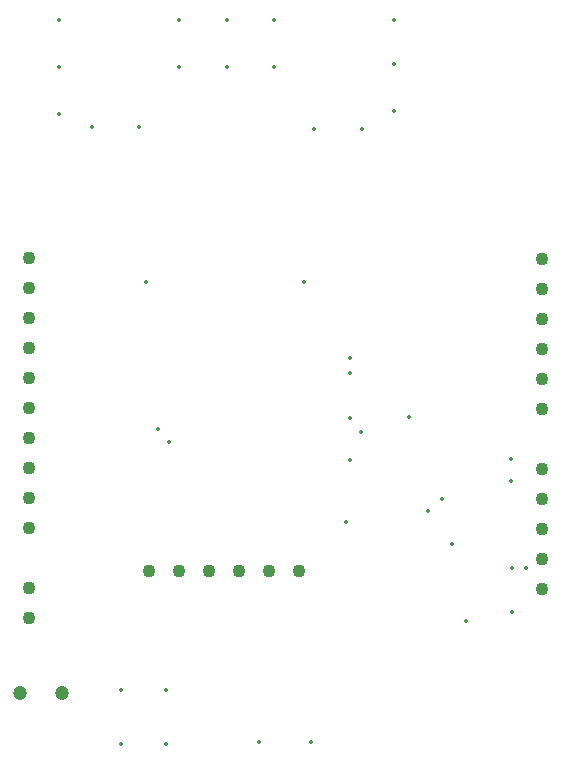
<source format=gbr>
%TF.GenerationSoftware,Altium Limited,Altium NEXUS,2.1.6 (59)*%
G04 Layer_Color=0*
%FSLAX45Y45*%
%MOMM*%
%TF.FileFunction,Plated,1,2,PTH,Drill*%
%TF.Part,Single*%
G01*
G75*
%TA.AperFunction,OtherDrill,Pad Free-18 (69.85mm,44.704mm)*%
%ADD68C,0.35000*%
%TA.AperFunction,OtherDrill,Pad Free-14 (39.37mm,80.01mm)*%
%ADD69C,0.35000*%
%TA.AperFunction,OtherDrill,Pad Free-13 (62.166mm,79.883mm)*%
%ADD70C,0.35000*%
%TA.AperFunction,OtherDrill,Pad Free-12 (58.166mm,79.883mm)*%
%ADD71C,0.35000*%
%TA.AperFunction,OtherDrill,Pad Free-11 (43.307mm,80.01mm)*%
%ADD72C,0.35000*%
%TA.AperFunction,OtherDrill,Pad Free-10 (54.737mm,85.09mm)*%
%ADD73C,0.35000*%
%TA.AperFunction,OtherDrill,Pad Free-9 (50.8mm,85.09mm)*%
%ADD74C,0.35000*%
%TA.AperFunction,OtherDrill,Pad Free-8 (46.736mm,85.09mm)*%
%ADD75C,0.35000*%
%TA.AperFunction,OtherDrill,Pad Free-7 (54.737mm,89.09mm)*%
%ADD76C,0.35000*%
%TA.AperFunction,OtherDrill,Pad Free-6 (50.8mm,89.09mm)*%
%ADD77C,0.35000*%
%TA.AperFunction,OtherDrill,Pad Free-6 (46.736mm,89.09mm)*%
%ADD78C,0.35000*%
%TA.AperFunction,ComponentDrill*%
%ADD79C,1.10000*%
%ADD80C,1.20000*%
%ADD81C,1.10000*%
%TA.AperFunction,ViaDrill,NotFilled*%
%ADD82C,0.35000*%
D68*
X6985000Y4470400D02*
D03*
D69*
X3937000Y8001000D02*
D03*
D70*
X6216600Y7988300D02*
D03*
D71*
X5816600D02*
D03*
D72*
X4330700Y8001000D02*
D03*
D73*
X5473700Y8509000D02*
D03*
D74*
X5080000D02*
D03*
D75*
X4673600D02*
D03*
D76*
X5473700Y8909000D02*
D03*
D77*
X5080000D02*
D03*
D78*
X4673600D02*
D03*
D79*
X3403600Y4610100D02*
D03*
Y4864100D02*
D03*
X7743700Y5613400D02*
D03*
Y5867400D02*
D03*
Y6121400D02*
D03*
Y6375400D02*
D03*
Y6629400D02*
D03*
Y6883400D02*
D03*
X3403600Y4102100D02*
D03*
Y3848100D02*
D03*
Y6896100D02*
D03*
Y6642100D02*
D03*
Y6388100D02*
D03*
Y6134100D02*
D03*
Y5880100D02*
D03*
Y5626100D02*
D03*
Y5372100D02*
D03*
Y5118100D02*
D03*
X7743700Y4089400D02*
D03*
Y4343400D02*
D03*
Y4597400D02*
D03*
Y4851400D02*
D03*
Y5105400D02*
D03*
D80*
X3327400Y3213100D02*
D03*
X3677400D02*
D03*
D81*
X5689600Y4241800D02*
D03*
X5435600D02*
D03*
X5181600D02*
D03*
X4927600D02*
D03*
X4673600D02*
D03*
X4419600D02*
D03*
D82*
X3649700Y8109000D02*
D03*
Y8509000D02*
D03*
Y8909000D02*
D03*
X6489700Y8134400D02*
D03*
Y8534400D02*
D03*
Y8909000D02*
D03*
X5346700Y2794000D02*
D03*
X5791200D02*
D03*
X7607300Y4267200D02*
D03*
X7493000Y3898900D02*
D03*
Y4267200D02*
D03*
X6616700Y5549900D02*
D03*
X6896100Y4851400D02*
D03*
X6121400Y5181600D02*
D03*
X6781800Y4749800D02*
D03*
X6083300Y4660900D02*
D03*
X7480300Y5194300D02*
D03*
X7477700Y5006400D02*
D03*
X7099300Y3822700D02*
D03*
X4559300Y2781300D02*
D03*
Y3238500D02*
D03*
X4178300Y2781300D02*
D03*
Y3238500D02*
D03*
X6210300Y5422900D02*
D03*
X5727700Y6692900D02*
D03*
X4394200D02*
D03*
X4495800Y5448300D02*
D03*
X4584700Y5334000D02*
D03*
X6121400Y6045200D02*
D03*
Y5918200D02*
D03*
Y5537200D02*
D03*
%TF.MD5,1c757407309e1ba106bf2f00b3c3c3a5*%
M02*

</source>
